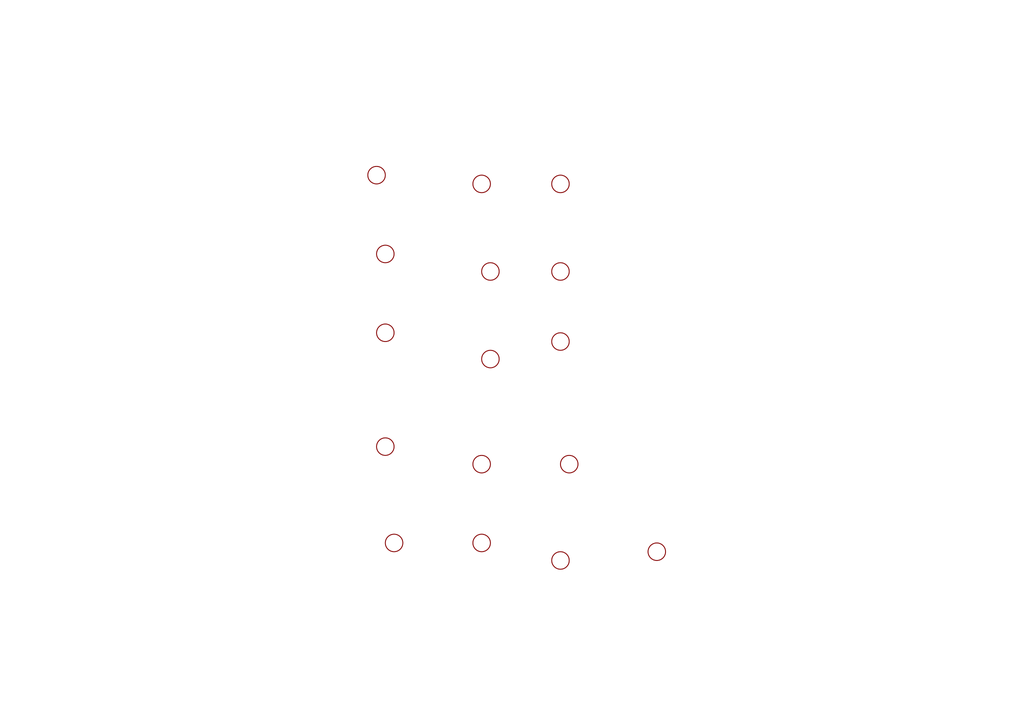
<source format=kicad_sch>
(kicad_sch (version 20250114) (generator "eeschema") (generator_version "9.0")
  (paper "A4")
  (lib_symbols
    (symbol "BackBoard-eagle-import:VENT"
      (symbol "VENT_1_0"
        (circle (center 0 0) (radius 2.54) (stroke (width 0.254)))
      )
    )
  )
  (symbol (lib_id "BackBoard-eagle-import:VENT") (at 139.7 134.62 0) (unit 1)
    (property "Reference" "V7" (effects (hide yes)))
    (property "Value" "VENT" (effects (hide yes)))
    (property "Footprint" "BackBoard:VENT" (effects (hide yes)))
  )
  (symbol (lib_id "BackBoard-eagle-import:VENT") (at 111.76 129.54 0) (unit 1)
    (property "Reference" "V4" (effects (hide yes)))
    (property "Value" "VENT" (effects (hide yes)))
    (property "Footprint" "BackBoard:VENT" (effects (hide yes)))
  )
  (symbol (lib_id "BackBoard-eagle-import:VENT") (at 111.76 96.52 0) (unit 1)
    (property "Reference" "V3" (effects (hide yes)))
    (property "Value" "VENT" (effects (hide yes)))
    (property "Footprint" "BackBoard:VENT" (effects (hide yes)))
  )
  (symbol (lib_id "BackBoard-eagle-import:VENT") (at 190.5 160.02 0) (unit 1)
    (property "Reference" "V16" (effects (hide yes)))
    (property "Value" "VENT" (effects (hide yes)))
    (property "Footprint" "BackBoard:VENT" (effects (hide yes)))
  )
  (symbol (lib_id "BackBoard-eagle-import:VENT") (at 109.22 50.8 0) (unit 1)
    (property "Reference" "V1" (effects (hide yes)))
    (property "Value" "VENT" (effects (hide yes)))
    (property "Footprint" "BackBoard:VENT" (effects (hide yes)))
  )
  (symbol (lib_id "BackBoard-eagle-import:VENT") (at 162.56 99.06 0) (unit 1)
    (property "Reference" "V13" (effects (hide yes)))
    (property "Value" "VENT" (effects (hide yes)))
    (property "Footprint" "BackBoard:VENT" (effects (hide yes)))
  )
  (symbol (lib_id "BackBoard-eagle-import:VENT") (at 162.56 53.34 0) (unit 1)
    (property "Reference" "V11" (effects (hide yes)))
    (property "Value" "VENT" (effects (hide yes)))
    (property "Footprint" "BackBoard:VENT" (effects (hide yes)))
  )
  (symbol (lib_id "BackBoard-eagle-import:VENT") (at 114.3 157.48 0) (unit 1)
    (property "Reference" "V5" (effects (hide yes)))
    (property "Value" "VENT" (effects (hide yes)))
    (property "Footprint" "BackBoard:VENT" (effects (hide yes)))
  )
  (symbol (lib_id "BackBoard-eagle-import:VENT") (at 139.7 53.34 0) (unit 1)
    (property "Reference" "V10" (effects (hide yes)))
    (property "Value" "VENT" (effects (hide yes)))
    (property "Footprint" "BackBoard:VENT" (effects (hide yes)))
  )
  (symbol (lib_id "BackBoard-eagle-import:VENT") (at 142.24 78.74 0) (unit 1)
    (property "Reference" "V9" (effects (hide yes)))
    (property "Value" "VENT" (effects (hide yes)))
    (property "Footprint" "BackBoard:VENT" (effects (hide yes)))
  )
  (symbol (lib_id "BackBoard-eagle-import:VENT") (at 142.24 104.14 0) (unit 1)
    (property "Reference" "V8" (effects (hide yes)))
    (property "Value" "VENT" (effects (hide yes)))
    (property "Footprint" "BackBoard:VENT" (effects (hide yes)))
  )
  (symbol (lib_id "BackBoard-eagle-import:VENT") (at 139.7 157.48 0) (unit 1)
    (property "Reference" "V6" (effects (hide yes)))
    (property "Value" "VENT" (effects (hide yes)))
    (property "Footprint" "BackBoard:VENT" (effects (hide yes)))
  )
  (symbol (lib_id "BackBoard-eagle-import:VENT") (at 162.56 78.74 0) (unit 1)
    (property "Reference" "V12" (effects (hide yes)))
    (property "Value" "VENT" (effects (hide yes)))
    (property "Footprint" "BackBoard:VENT" (effects (hide yes)))
  )
  (symbol (lib_id "BackBoard-eagle-import:VENT") (at 111.76 73.66 0) (unit 1)
    (property "Reference" "V2" (effects (hide yes)))
    (property "Value" "VENT" (effects (hide yes)))
    (property "Footprint" "BackBoard:VENT" (effects (hide yes)))
  )
  (symbol (lib_id "BackBoard-eagle-import:VENT") (at 165.1 134.62 0) (unit 1)
    (property "Reference" "V14" (effects (hide yes)))
    (property "Value" "VENT" (effects (hide yes)))
    (property "Footprint" "BackBoard:VENT" (effects (hide yes)))
  )
  (symbol (lib_id "BackBoard-eagle-import:VENT") (at 162.56 162.56 0) (unit 1)
    (property "Reference" "V15" (effects (hide yes)))
    (property "Value" "VENT" (effects (hide yes)))
    (property "Footprint" "BackBoard:VENT" (effects (hide yes)))
  )
)
</source>
